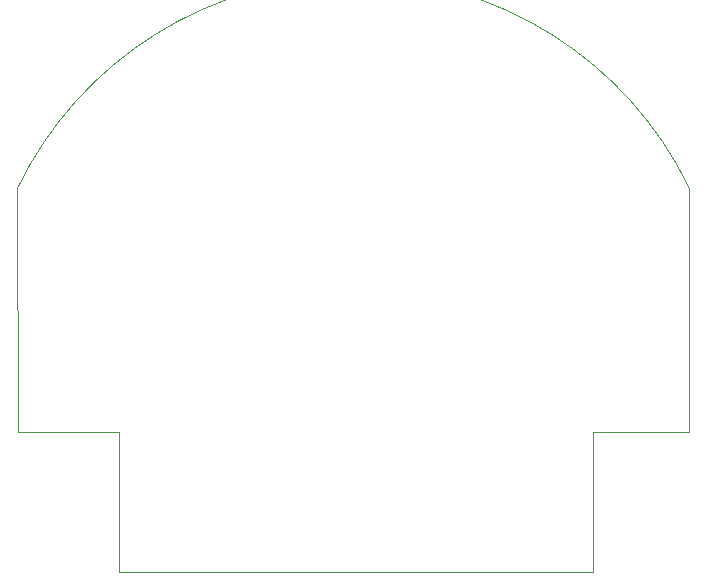
<source format=gbr>
%TF.GenerationSoftware,KiCad,Pcbnew,(6.0.5)*%
%TF.CreationDate,2024-03-24T17:12:35+02:00*%
%TF.ProjectId,Sensor Subsystem,53656e73-6f72-4205-9375-627379737465,rev?*%
%TF.SameCoordinates,Original*%
%TF.FileFunction,Profile,NP*%
%FSLAX46Y46*%
G04 Gerber Fmt 4.6, Leading zero omitted, Abs format (unit mm)*
G04 Created by KiCad (PCBNEW (6.0.5)) date 2024-03-24 17:12:35*
%MOMM*%
%LPD*%
G01*
G04 APERTURE LIST*
%TA.AperFunction,Profile*%
%ADD10C,0.100000*%
%TD*%
G04 APERTURE END LIST*
D10*
X0Y0D02*
X40182800Y0D01*
X60000Y11860000D02*
X-8549800Y11890000D01*
X0Y0D02*
X60000Y11860000D01*
X40182800Y0D02*
X40200000Y11860000D01*
X40200000Y11860000D02*
X48270000Y11860000D01*
X48270000Y11860000D02*
X48336200Y32512000D01*
X48336200Y32512000D02*
G75*
G03*
X-8559800Y32512000I-28448000J-13716000D01*
G01*
X-8549800Y11890000D02*
X-8559800Y32512000D01*
M02*

</source>
